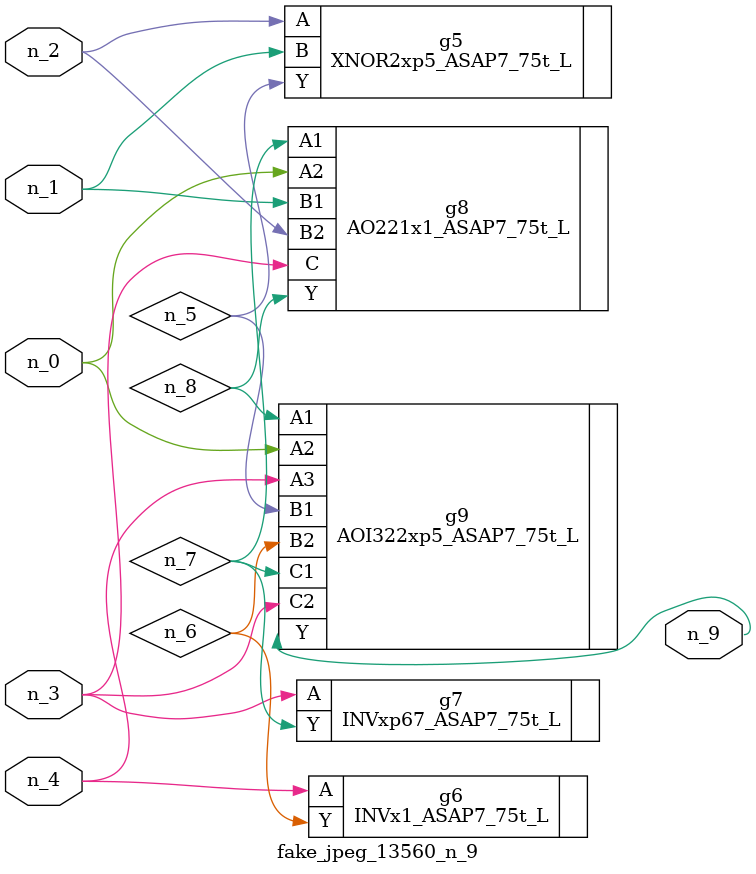
<source format=v>
module fake_jpeg_13560_n_9 (n_3, n_2, n_1, n_0, n_4, n_9);

input n_3;
input n_2;
input n_1;
input n_0;
input n_4;

output n_9;

wire n_8;
wire n_6;
wire n_5;
wire n_7;

XNOR2xp5_ASAP7_75t_L g5 ( 
.A(n_2),
.B(n_1),
.Y(n_5)
);

INVx1_ASAP7_75t_L g6 ( 
.A(n_4),
.Y(n_6)
);

INVxp67_ASAP7_75t_L g7 ( 
.A(n_3),
.Y(n_7)
);

AO221x1_ASAP7_75t_L g8 ( 
.A1(n_7),
.A2(n_0),
.B1(n_1),
.B2(n_2),
.C(n_3),
.Y(n_8)
);

AOI322xp5_ASAP7_75t_L g9 ( 
.A1(n_8),
.A2(n_0),
.A3(n_4),
.B1(n_5),
.B2(n_6),
.C1(n_7),
.C2(n_3),
.Y(n_9)
);


endmodule
</source>
